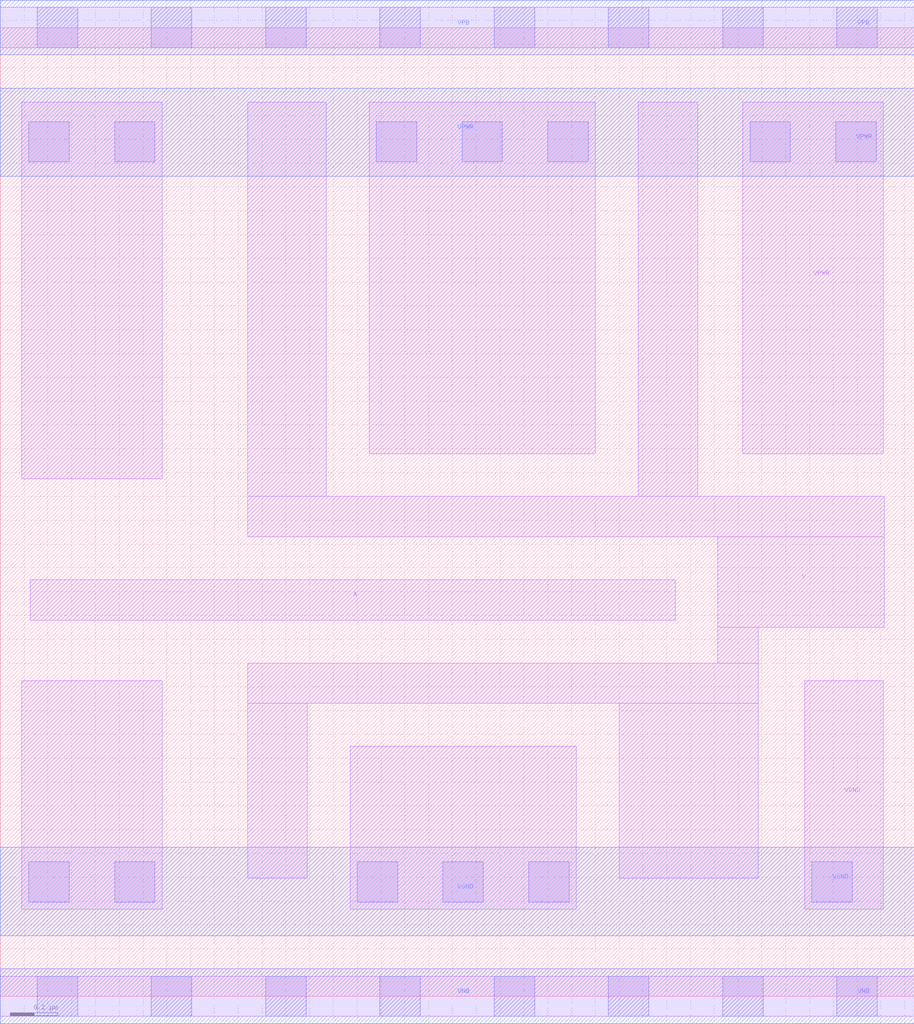
<source format=lef>
# Copyright 2020 The SkyWater PDK Authors
#
# Licensed under the Apache License, Version 2.0 (the "License");
# you may not use this file except in compliance with the License.
# You may obtain a copy of the License at
#
#     https://www.apache.org/licenses/LICENSE-2.0
#
# Unless required by applicable law or agreed to in writing, software
# distributed under the License is distributed on an "AS IS" BASIS,
# WITHOUT WARRANTIES OR CONDITIONS OF ANY KIND, either express or implied.
# See the License for the specific language governing permissions and
# limitations under the License.
#
# SPDX-License-Identifier: Apache-2.0

VERSION 5.7 ;
  NAMESCASESENSITIVE ON ;
  NOWIREEXTENSIONATPIN ON ;
  DIVIDERCHAR "/" ;
  BUSBITCHARS "[]" ;
UNITS
  DATABASE MICRONS 200 ;
END UNITS
MACRO sky130_fd_sc_hvl__inv_4
  CLASS CORE ;
  SOURCE USER ;
  FOREIGN sky130_fd_sc_hvl__inv_4 ;
  ORIGIN  0.000000  0.000000 ;
  SIZE  3.840000 BY  4.070000 ;
  SYMMETRY X Y ;
  SITE unithv ;
  PIN A
    ANTENNAGATEAREA  4.500000 ;
    DIRECTION INPUT ;
    USE SIGNAL ;
    PORT
      LAYER li1 ;
        RECT 0.125000 1.580000 2.835000 1.750000 ;
    END
  END A
  PIN Y
    ANTENNADIFFAREA  1.260000 ;
    DIRECTION OUTPUT ;
    USE SIGNAL ;
    PORT
      LAYER li1 ;
        RECT 1.040000 0.495000 1.290000 1.230000 ;
        RECT 1.040000 1.230000 3.185000 1.400000 ;
        RECT 1.040000 1.930000 3.715000 2.100000 ;
        RECT 1.040000 2.100000 1.370000 3.755000 ;
        RECT 2.600000 0.495000 3.185000 1.230000 ;
        RECT 2.680000 2.100000 2.930000 3.755000 ;
        RECT 3.015000 1.400000 3.185000 1.550000 ;
        RECT 3.015000 1.550000 3.715000 1.930000 ;
    END
  END Y
  PIN VGND
    DIRECTION INOUT ;
    USE GROUND ;
    PORT
      LAYER li1 ;
        RECT 0.090000 0.365000 0.680000 1.325000 ;
        RECT 1.470000 0.365000 2.420000 1.050000 ;
        RECT 3.380000 0.365000 3.710000 1.325000 ;
      LAYER mcon ;
        RECT 0.120000 0.395000 0.290000 0.565000 ;
        RECT 0.480000 0.395000 0.650000 0.565000 ;
        RECT 1.500000 0.395000 1.670000 0.565000 ;
        RECT 1.860000 0.395000 2.030000 0.565000 ;
        RECT 2.220000 0.395000 2.390000 0.565000 ;
        RECT 3.410000 0.395000 3.580000 0.565000 ;
      LAYER met1 ;
        RECT 0.000000 0.255000 3.840000 0.625000 ;
    END
  END VGND
  PIN VNB
    DIRECTION INOUT ;
    USE GROUND ;
    PORT
      LAYER li1 ;
        RECT 0.000000 -0.085000 3.840000 0.085000 ;
      LAYER mcon ;
        RECT 0.155000 -0.085000 0.325000 0.085000 ;
        RECT 0.635000 -0.085000 0.805000 0.085000 ;
        RECT 1.115000 -0.085000 1.285000 0.085000 ;
        RECT 1.595000 -0.085000 1.765000 0.085000 ;
        RECT 2.075000 -0.085000 2.245000 0.085000 ;
        RECT 2.555000 -0.085000 2.725000 0.085000 ;
        RECT 3.035000 -0.085000 3.205000 0.085000 ;
        RECT 3.515000 -0.085000 3.685000 0.085000 ;
      LAYER met1 ;
        RECT 0.000000 -0.115000 3.840000 0.115000 ;
    END
  END VNB
  PIN VPB
    DIRECTION INOUT ;
    USE POWER ;
    PORT
      LAYER li1 ;
        RECT 0.000000 3.985000 3.840000 4.155000 ;
      LAYER mcon ;
        RECT 0.155000 3.985000 0.325000 4.155000 ;
        RECT 0.635000 3.985000 0.805000 4.155000 ;
        RECT 1.115000 3.985000 1.285000 4.155000 ;
        RECT 1.595000 3.985000 1.765000 4.155000 ;
        RECT 2.075000 3.985000 2.245000 4.155000 ;
        RECT 2.555000 3.985000 2.725000 4.155000 ;
        RECT 3.035000 3.985000 3.205000 4.155000 ;
        RECT 3.515000 3.985000 3.685000 4.155000 ;
      LAYER met1 ;
        RECT 0.000000 3.955000 3.840000 4.185000 ;
    END
  END VPB
  PIN VPWR
    DIRECTION INOUT ;
    USE POWER ;
    PORT
      LAYER li1 ;
        RECT 0.090000 2.175000 0.680000 3.755000 ;
        RECT 1.550000 2.280000 2.500000 3.755000 ;
        RECT 3.120000 2.280000 3.710000 3.755000 ;
      LAYER mcon ;
        RECT 0.120000 3.505000 0.290000 3.675000 ;
        RECT 0.480000 3.505000 0.650000 3.675000 ;
        RECT 1.580000 3.505000 1.750000 3.675000 ;
        RECT 1.940000 3.505000 2.110000 3.675000 ;
        RECT 2.300000 3.505000 2.470000 3.675000 ;
        RECT 3.150000 3.505000 3.320000 3.675000 ;
        RECT 3.510000 3.505000 3.680000 3.675000 ;
      LAYER met1 ;
        RECT 0.000000 3.445000 3.840000 3.815000 ;
    END
  END VPWR
END sky130_fd_sc_hvl__inv_4

</source>
